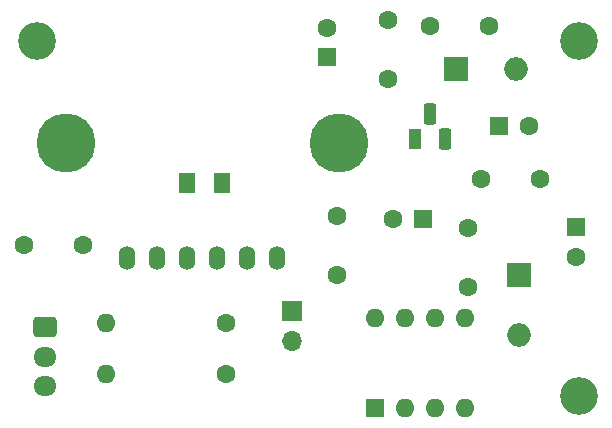
<source format=gbr>
%TF.GenerationSoftware,KiCad,Pcbnew,7.0.9*%
%TF.CreationDate,2023-12-11T15:29:27+01:00*%
%TF.ProjectId,MPX5100DP-THT-board,4d505835-3130-4304-9450-2d5448542d62,1.2*%
%TF.SameCoordinates,Original*%
%TF.FileFunction,Soldermask,Bot*%
%TF.FilePolarity,Negative*%
%FSLAX46Y46*%
G04 Gerber Fmt 4.6, Leading zero omitted, Abs format (unit mm)*
G04 Created by KiCad (PCBNEW 7.0.9) date 2023-12-11 15:29:27*
%MOMM*%
%LPD*%
G01*
G04 APERTURE LIST*
G04 Aperture macros list*
%AMRoundRect*
0 Rectangle with rounded corners*
0 $1 Rounding radius*
0 $2 $3 $4 $5 $6 $7 $8 $9 X,Y pos of 4 corners*
0 Add a 4 corners polygon primitive as box body*
4,1,4,$2,$3,$4,$5,$6,$7,$8,$9,$2,$3,0*
0 Add four circle primitives for the rounded corners*
1,1,$1+$1,$2,$3*
1,1,$1+$1,$4,$5*
1,1,$1+$1,$6,$7*
1,1,$1+$1,$8,$9*
0 Add four rect primitives between the rounded corners*
20,1,$1+$1,$2,$3,$4,$5,0*
20,1,$1+$1,$4,$5,$6,$7,0*
20,1,$1+$1,$6,$7,$8,$9,0*
20,1,$1+$1,$8,$9,$2,$3,0*%
G04 Aperture macros list end*
%ADD10C,1.600000*%
%ADD11C,5.000000*%
%ADD12O,1.400000X2.000000*%
%ADD13C,3.200000*%
%ADD14R,1.600000X1.600000*%
%ADD15RoundRect,0.250000X-0.725000X0.600000X-0.725000X-0.600000X0.725000X-0.600000X0.725000X0.600000X0*%
%ADD16O,1.950000X1.700000*%
%ADD17R,2.000000X2.000000*%
%ADD18O,2.000000X2.000000*%
%ADD19R,1.700000X1.700000*%
%ADD20O,1.700000X1.700000*%
%ADD21R,1.100000X1.800000*%
%ADD22RoundRect,0.275000X-0.275000X-0.625000X0.275000X-0.625000X0.275000X0.625000X-0.275000X0.625000X0*%
%ADD23O,1.600000X1.600000*%
%ADD24RoundRect,0.250001X0.462499X0.624999X-0.462499X0.624999X-0.462499X-0.624999X0.462499X-0.624999X0*%
G04 APERTURE END LIST*
D10*
%TO.C,C9*%
X79756000Y-43688000D03*
X79756000Y-48688000D03*
%TD*%
D11*
%TO.C,U3*%
X45747848Y-36449000D03*
X68847848Y-36449000D03*
D12*
X50947848Y-46226000D03*
X53487848Y-46226000D03*
X56027848Y-46226000D03*
X58567848Y-46226000D03*
X61107848Y-46226000D03*
X63647848Y-46226000D03*
%TD*%
D10*
%TO.C,C8*%
X80899000Y-39497000D03*
X85899000Y-39497000D03*
%TD*%
D13*
%TO.C,REF\u002A\u002A*%
X43307000Y-27813000D03*
%TD*%
%TO.C,REF\u002A\u002A*%
X89154000Y-27813000D03*
%TD*%
D14*
%TO.C,C1*%
X88900000Y-43601000D03*
D10*
X88900000Y-46101000D03*
%TD*%
%TO.C,C6*%
X68707000Y-42672000D03*
X68707000Y-47672000D03*
%TD*%
D15*
%TO.C,J1*%
X43942000Y-52070000D03*
D16*
X43942000Y-54570000D03*
X43942000Y-57070000D03*
%TD*%
D10*
%TO.C,C3*%
X76581000Y-26543000D03*
X81581000Y-26543000D03*
%TD*%
D14*
%TO.C,C7*%
X75946000Y-42926000D03*
D10*
X73446000Y-42926000D03*
%TD*%
D14*
%TO.C,C2*%
X82423000Y-35052000D03*
D10*
X84923000Y-35052000D03*
%TD*%
D17*
%TO.C,D2*%
X78740000Y-30226000D03*
D18*
X83820000Y-30226000D03*
%TD*%
D19*
%TO.C,J2*%
X64897000Y-50673000D03*
D20*
X64897000Y-53213000D03*
%TD*%
D13*
%TO.C,REF\u002A\u002A*%
X89154000Y-57912000D03*
%TD*%
D21*
%TO.C,U4*%
X75311000Y-36087000D03*
D22*
X76581000Y-34017000D03*
X77851000Y-36087000D03*
%TD*%
D10*
%TO.C,R1*%
X59309000Y-51689000D03*
D23*
X49149000Y-51689000D03*
%TD*%
D14*
%TO.C,U1*%
X71882000Y-58928000D03*
D23*
X74422000Y-58928000D03*
X76962000Y-58928000D03*
X79502000Y-58928000D03*
X79502000Y-51308000D03*
X76962000Y-51308000D03*
X74422000Y-51308000D03*
X71882000Y-51308000D03*
%TD*%
D10*
%TO.C,C10*%
X47204000Y-45085000D03*
X42204000Y-45085000D03*
%TD*%
%TO.C,R2*%
X59309000Y-56007000D03*
D23*
X49149000Y-56007000D03*
%TD*%
D17*
%TO.C,D1*%
X84074000Y-47625000D03*
D18*
X84074000Y-52705000D03*
%TD*%
D14*
%TO.C,C4*%
X67818000Y-29210000D03*
D10*
X67818000Y-26710000D03*
%TD*%
%TO.C,C5*%
X73025000Y-31035000D03*
X73025000Y-26035000D03*
%TD*%
D24*
%TO.C,L1*%
X58982000Y-39878000D03*
X56007000Y-39878000D03*
%TD*%
M02*

</source>
